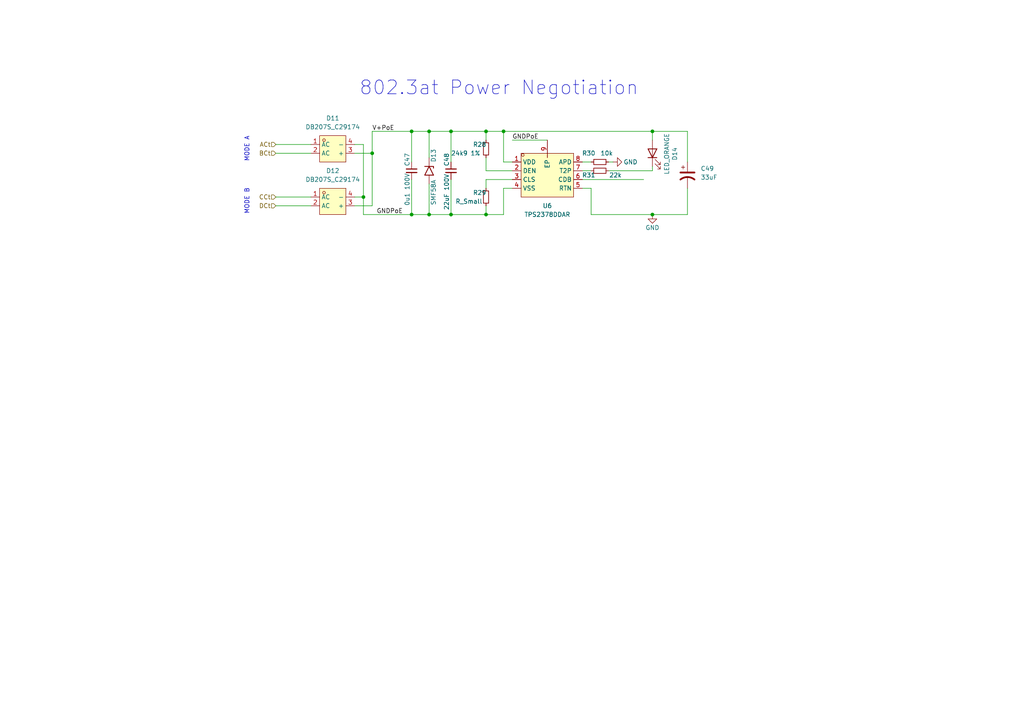
<source format=kicad_sch>
(kicad_sch (version 20211123) (generator eeschema)

  (uuid ee75a5a1-20af-4ae3-bf76-4a400b5c6651)

  (paper "A4")

  (lib_symbols
    (symbol "DB207S:DB207S_C29174" (in_bom yes) (on_board yes)
      (property "Reference" "D" (id 0) (at 0 6.35 0)
        (effects (font (size 1.27 1.27)))
      )
      (property "Value" "DB207S_C29174" (id 1) (at 0 -6.35 0)
        (effects (font (size 1.27 1.27)))
      )
      (property "Footprint" "DB207S:DBS_L8.4-W6.4-P5.10-LS10.2-TL" (id 2) (at 0 -8.89 0)
        (effects (font (size 1.27 1.27)) hide)
      )
      (property "Datasheet" "https://lcsc.com/product-detail/Bridge-Rectifiers_DB207S_C29174.html" (id 3) (at 0 -11.43 0)
        (effects (font (size 1.27 1.27)) hide)
      )
      (property "Manufacturer" "MDD" (id 4) (at 0 -13.97 0)
        (effects (font (size 1.27 1.27)) hide)
      )
      (property "LCSC Part" "C29174" (id 5) (at 0 -16.51 0)
        (effects (font (size 1.27 1.27)) hide)
      )
      (property "JLC Part" "Extended Part" (id 6) (at 0 -19.05 0)
        (effects (font (size 1.27 1.27)) hide)
      )
      (symbol "DB207S_C29174_0_1"
        (rectangle (start -3.81 3.81) (end 3.81 -3.81)
          (stroke (width 0) (type default) (color 0 0 0 0))
          (fill (type background))
        )
        (circle (center -2.54 2.54) (radius 0.38)
          (stroke (width 0) (type default) (color 0 0 0 0))
          (fill (type none))
        )
        (pin unspecified line (at -6.35 1.27 0) (length 2.54)
          (name "AC" (effects (font (size 1.27 1.27))))
          (number "1" (effects (font (size 1.27 1.27))))
        )
        (pin unspecified line (at -6.35 -1.27 0) (length 2.54)
          (name "AC" (effects (font (size 1.27 1.27))))
          (number "2" (effects (font (size 1.27 1.27))))
        )
        (pin unspecified line (at 6.35 -1.27 180) (length 2.54)
          (name "+" (effects (font (size 1.27 1.27))))
          (number "3" (effects (font (size 1.27 1.27))))
        )
        (pin unspecified line (at 6.35 1.27 180) (length 2.54)
          (name "-" (effects (font (size 1.27 1.27))))
          (number "4" (effects (font (size 1.27 1.27))))
        )
      )
    )
    (symbol "Device:C_Polarized_US" (pin_numbers hide) (pin_names (offset 0.254) hide) (in_bom yes) (on_board yes)
      (property "Reference" "C" (id 0) (at 0.635 2.54 0)
        (effects (font (size 1.27 1.27)) (justify left))
      )
      (property "Value" "C_Polarized_US" (id 1) (at 0.635 -2.54 0)
        (effects (font (size 1.27 1.27)) (justify left))
      )
      (property "Footprint" "" (id 2) (at 0 0 0)
        (effects (font (size 1.27 1.27)) hide)
      )
      (property "Datasheet" "~" (id 3) (at 0 0 0)
        (effects (font (size 1.27 1.27)) hide)
      )
      (property "ki_keywords" "cap capacitor" (id 4) (at 0 0 0)
        (effects (font (size 1.27 1.27)) hide)
      )
      (property "ki_description" "Polarized capacitor, US symbol" (id 5) (at 0 0 0)
        (effects (font (size 1.27 1.27)) hide)
      )
      (property "ki_fp_filters" "CP_*" (id 6) (at 0 0 0)
        (effects (font (size 1.27 1.27)) hide)
      )
      (symbol "C_Polarized_US_0_1"
        (polyline
          (pts
            (xy -2.032 0.762)
            (xy 2.032 0.762)
          )
          (stroke (width 0.508) (type default) (color 0 0 0 0))
          (fill (type none))
        )
        (polyline
          (pts
            (xy -1.778 2.286)
            (xy -0.762 2.286)
          )
          (stroke (width 0) (type default) (color 0 0 0 0))
          (fill (type none))
        )
        (polyline
          (pts
            (xy -1.27 1.778)
            (xy -1.27 2.794)
          )
          (stroke (width 0) (type default) (color 0 0 0 0))
          (fill (type none))
        )
        (arc (start 2.032 -1.27) (mid 0 -0.5572) (end -2.032 -1.27)
          (stroke (width 0.508) (type default) (color 0 0 0 0))
          (fill (type none))
        )
      )
      (symbol "C_Polarized_US_1_1"
        (pin passive line (at 0 3.81 270) (length 2.794)
          (name "~" (effects (font (size 1.27 1.27))))
          (number "1" (effects (font (size 1.27 1.27))))
        )
        (pin passive line (at 0 -3.81 90) (length 3.302)
          (name "~" (effects (font (size 1.27 1.27))))
          (number "2" (effects (font (size 1.27 1.27))))
        )
      )
    )
    (symbol "Device:C_Small" (pin_numbers hide) (pin_names (offset 0.254) hide) (in_bom yes) (on_board yes)
      (property "Reference" "C" (id 0) (at 0.254 1.778 0)
        (effects (font (size 1.27 1.27)) (justify left))
      )
      (property "Value" "C_Small" (id 1) (at 0.254 -2.032 0)
        (effects (font (size 1.27 1.27)) (justify left))
      )
      (property "Footprint" "" (id 2) (at 0 0 0)
        (effects (font (size 1.27 1.27)) hide)
      )
      (property "Datasheet" "~" (id 3) (at 0 0 0)
        (effects (font (size 1.27 1.27)) hide)
      )
      (property "ki_keywords" "capacitor cap" (id 4) (at 0 0 0)
        (effects (font (size 1.27 1.27)) hide)
      )
      (property "ki_description" "Unpolarized capacitor, small symbol" (id 5) (at 0 0 0)
        (effects (font (size 1.27 1.27)) hide)
      )
      (property "ki_fp_filters" "C_*" (id 6) (at 0 0 0)
        (effects (font (size 1.27 1.27)) hide)
      )
      (symbol "C_Small_0_1"
        (polyline
          (pts
            (xy -1.524 -0.508)
            (xy 1.524 -0.508)
          )
          (stroke (width 0.3302) (type default) (color 0 0 0 0))
          (fill (type none))
        )
        (polyline
          (pts
            (xy -1.524 0.508)
            (xy 1.524 0.508)
          )
          (stroke (width 0.3048) (type default) (color 0 0 0 0))
          (fill (type none))
        )
      )
      (symbol "C_Small_1_1"
        (pin passive line (at 0 2.54 270) (length 2.032)
          (name "~" (effects (font (size 1.27 1.27))))
          (number "1" (effects (font (size 1.27 1.27))))
        )
        (pin passive line (at 0 -2.54 90) (length 2.032)
          (name "~" (effects (font (size 1.27 1.27))))
          (number "2" (effects (font (size 1.27 1.27))))
        )
      )
    )
    (symbol "Device:LED" (pin_numbers hide) (pin_names (offset 1.016) hide) (in_bom yes) (on_board yes)
      (property "Reference" "D" (id 0) (at 0 2.54 0)
        (effects (font (size 1.27 1.27)))
      )
      (property "Value" "LED" (id 1) (at 0 -2.54 0)
        (effects (font (size 1.27 1.27)))
      )
      (property "Footprint" "" (id 2) (at 0 0 0)
        (effects (font (size 1.27 1.27)) hide)
      )
      (property "Datasheet" "~" (id 3) (at 0 0 0)
        (effects (font (size 1.27 1.27)) hide)
      )
      (property "ki_keywords" "LED diode" (id 4) (at 0 0 0)
        (effects (font (size 1.27 1.27)) hide)
      )
      (property "ki_description" "Light emitting diode" (id 5) (at 0 0 0)
        (effects (font (size 1.27 1.27)) hide)
      )
      (property "ki_fp_filters" "LED* LED_SMD:* LED_THT:*" (id 6) (at 0 0 0)
        (effects (font (size 1.27 1.27)) hide)
      )
      (symbol "LED_0_1"
        (polyline
          (pts
            (xy -1.27 -1.27)
            (xy -1.27 1.27)
          )
          (stroke (width 0.254) (type default) (color 0 0 0 0))
          (fill (type none))
        )
        (polyline
          (pts
            (xy -1.27 0)
            (xy 1.27 0)
          )
          (stroke (width 0) (type default) (color 0 0 0 0))
          (fill (type none))
        )
        (polyline
          (pts
            (xy 1.27 -1.27)
            (xy 1.27 1.27)
            (xy -1.27 0)
            (xy 1.27 -1.27)
          )
          (stroke (width 0.254) (type default) (color 0 0 0 0))
          (fill (type none))
        )
        (polyline
          (pts
            (xy -3.048 -0.762)
            (xy -4.572 -2.286)
            (xy -3.81 -2.286)
            (xy -4.572 -2.286)
            (xy -4.572 -1.524)
          )
          (stroke (width 0) (type default) (color 0 0 0 0))
          (fill (type none))
        )
        (polyline
          (pts
            (xy -1.778 -0.762)
            (xy -3.302 -2.286)
            (xy -2.54 -2.286)
            (xy -3.302 -2.286)
            (xy -3.302 -1.524)
          )
          (stroke (width 0) (type default) (color 0 0 0 0))
          (fill (type none))
        )
      )
      (symbol "LED_1_1"
        (pin passive line (at -3.81 0 0) (length 2.54)
          (name "K" (effects (font (size 1.27 1.27))))
          (number "1" (effects (font (size 1.27 1.27))))
        )
        (pin passive line (at 3.81 0 180) (length 2.54)
          (name "A" (effects (font (size 1.27 1.27))))
          (number "2" (effects (font (size 1.27 1.27))))
        )
      )
    )
    (symbol "Device:R_Small" (pin_numbers hide) (pin_names (offset 0.254) hide) (in_bom yes) (on_board yes)
      (property "Reference" "R" (id 0) (at 0.762 0.508 0)
        (effects (font (size 1.27 1.27)) (justify left))
      )
      (property "Value" "R_Small" (id 1) (at 0.762 -1.016 0)
        (effects (font (size 1.27 1.27)) (justify left))
      )
      (property "Footprint" "" (id 2) (at 0 0 0)
        (effects (font (size 1.27 1.27)) hide)
      )
      (property "Datasheet" "~" (id 3) (at 0 0 0)
        (effects (font (size 1.27 1.27)) hide)
      )
      (property "ki_keywords" "R resistor" (id 4) (at 0 0 0)
        (effects (font (size 1.27 1.27)) hide)
      )
      (property "ki_description" "Resistor, small symbol" (id 5) (at 0 0 0)
        (effects (font (size 1.27 1.27)) hide)
      )
      (property "ki_fp_filters" "R_*" (id 6) (at 0 0 0)
        (effects (font (size 1.27 1.27)) hide)
      )
      (symbol "R_Small_0_1"
        (rectangle (start -0.762 1.778) (end 0.762 -1.778)
          (stroke (width 0.2032) (type default) (color 0 0 0 0))
          (fill (type none))
        )
      )
      (symbol "R_Small_1_1"
        (pin passive line (at 0 2.54 270) (length 0.762)
          (name "~" (effects (font (size 1.27 1.27))))
          (number "1" (effects (font (size 1.27 1.27))))
        )
        (pin passive line (at 0 -2.54 90) (length 0.762)
          (name "~" (effects (font (size 1.27 1.27))))
          (number "2" (effects (font (size 1.27 1.27))))
        )
      )
    )
    (symbol "Diode:SMF58A" (pin_numbers hide) (pin_names (offset 1.016) hide) (in_bom yes) (on_board yes)
      (property "Reference" "D" (id 0) (at 0 2.54 0)
        (effects (font (size 1.27 1.27)))
      )
      (property "Value" "SMF58A" (id 1) (at 0 -2.54 0)
        (effects (font (size 1.27 1.27)))
      )
      (property "Footprint" "Diode_SMD:D_SMF" (id 2) (at 0 -5.08 0)
        (effects (font (size 1.27 1.27)) hide)
      )
      (property "Datasheet" "https://www.vishay.com/doc?85881" (id 3) (at -1.27 0 0)
        (effects (font (size 1.27 1.27)) hide)
      )
      (property "ki_keywords" "diode TVS voltage suppressor" (id 4) (at 0 0 0)
        (effects (font (size 1.27 1.27)) hide)
      )
      (property "ki_description" "200W unidirectional Transil Transient Voltage Suppressor, 58Vrwm, SMF" (id 5) (at 0 0 0)
        (effects (font (size 1.27 1.27)) hide)
      )
      (property "ki_fp_filters" "D*SMF*" (id 6) (at 0 0 0)
        (effects (font (size 1.27 1.27)) hide)
      )
      (symbol "SMF58A_0_1"
        (polyline
          (pts
            (xy -0.762 1.27)
            (xy -1.27 1.27)
            (xy -1.27 -1.27)
          )
          (stroke (width 0.254) (type default) (color 0 0 0 0))
          (fill (type none))
        )
        (polyline
          (pts
            (xy 1.27 1.27)
            (xy 1.27 -1.27)
            (xy -1.27 0)
            (xy 1.27 1.27)
          )
          (stroke (width 0.254) (type default) (color 0 0 0 0))
          (fill (type none))
        )
      )
      (symbol "SMF58A_1_1"
        (pin passive line (at -3.81 0 0) (length 2.54)
          (name "A1" (effects (font (size 1.27 1.27))))
          (number "1" (effects (font (size 1.27 1.27))))
        )
        (pin passive line (at 3.81 0 180) (length 2.54)
          (name "A2" (effects (font (size 1.27 1.27))))
          (number "2" (effects (font (size 1.27 1.27))))
        )
      )
    )
    (symbol "TPS2378DDAR:TPS2378DDAR" (in_bom yes) (on_board yes)
      (property "Reference" "U" (id 0) (at 0 15.24 0)
        (effects (font (size 1.27 1.27)))
      )
      (property "Value" "TPS2378DDAR" (id 1) (at 0 -8.89 0)
        (effects (font (size 1.27 1.27)))
      )
      (property "Footprint" "TPS2378DDAR:SO-8_L4.9-W3.9-P1.27-LS6.0-BL-EP" (id 2) (at 0 -11.43 0)
        (effects (font (size 1.27 1.27)) hide)
      )
      (property "Datasheet" "https://lcsc.com/product-detail/Others_Texas-Instruments-TI-TPS2378DDAR_C337500.html" (id 3) (at 0 -13.97 0)
        (effects (font (size 1.27 1.27)) hide)
      )
      (property "Manufacturer" "TI(德州仪器)" (id 4) (at 0 -16.51 0)
        (effects (font (size 1.27 1.27)) hide)
      )
      (property "LCSC Part" "C337500" (id 5) (at 0 -19.05 0)
        (effects (font (size 1.27 1.27)) hide)
      )
      (property "JLC Part" "Extended Part" (id 6) (at 0 -21.59 0)
        (effects (font (size 1.27 1.27)) hide)
      )
      (symbol "TPS2378DDAR_0_1"
        (rectangle (start -7.62 6.35) (end 7.62 -6.35)
          (stroke (width 0) (type default) (color 0 0 0 0))
          (fill (type background))
        )
        (circle (center -7.11 5.84) (radius 0.38)
          (stroke (width 0) (type default) (color 0 0 0 0))
          (fill (type none))
        )
        (pin unspecified line (at -10.16 3.81 0) (length 2.54)
          (name "VDD" (effects (font (size 1.27 1.27))))
          (number "1" (effects (font (size 1.27 1.27))))
        )
        (pin unspecified line (at -10.16 1.27 0) (length 2.54)
          (name "DEN" (effects (font (size 1.27 1.27))))
          (number "2" (effects (font (size 1.27 1.27))))
        )
        (pin unspecified line (at -10.16 -1.27 0) (length 2.54)
          (name "CLS" (effects (font (size 1.27 1.27))))
          (number "3" (effects (font (size 1.27 1.27))))
        )
        (pin unspecified line (at -10.16 -3.81 0) (length 2.54)
          (name "VSS" (effects (font (size 1.27 1.27))))
          (number "4" (effects (font (size 1.27 1.27))))
        )
        (pin unspecified line (at 10.16 -3.81 180) (length 2.54)
          (name "RTN" (effects (font (size 1.27 1.27))))
          (number "5" (effects (font (size 1.27 1.27))))
        )
        (pin unspecified line (at 10.16 -1.27 180) (length 2.54)
          (name "CDB" (effects (font (size 1.27 1.27))))
          (number "6" (effects (font (size 1.27 1.27))))
        )
        (pin unspecified line (at 10.16 1.27 180) (length 2.54)
          (name "T2P" (effects (font (size 1.27 1.27))))
          (number "7" (effects (font (size 1.27 1.27))))
        )
        (pin unspecified line (at 10.16 3.81 180) (length 2.54)
          (name "APD" (effects (font (size 1.27 1.27))))
          (number "8" (effects (font (size 1.27 1.27))))
        )
        (pin unspecified line (at 0 10.16 270) (length 5.08)
          (name "EP" (effects (font (size 1.27 1.27))))
          (number "9" (effects (font (size 1.27 1.27))))
        )
      )
    )
    (symbol "power:GND" (power) (pin_names (offset 0)) (in_bom yes) (on_board yes)
      (property "Reference" "#PWR" (id 0) (at 0 -6.35 0)
        (effects (font (size 1.27 1.27)) hide)
      )
      (property "Value" "GND" (id 1) (at 0 -3.81 0)
        (effects (font (size 1.27 1.27)))
      )
      (property "Footprint" "" (id 2) (at 0 0 0)
        (effects (font (size 1.27 1.27)) hide)
      )
      (property "Datasheet" "" (id 3) (at 0 0 0)
        (effects (font (size 1.27 1.27)) hide)
      )
      (property "ki_keywords" "global power" (id 4) (at 0 0 0)
        (effects (font (size 1.27 1.27)) hide)
      )
      (property "ki_description" "Power symbol creates a global label with name \"GND\" , ground" (id 5) (at 0 0 0)
        (effects (font (size 1.27 1.27)) hide)
      )
      (symbol "GND_0_1"
        (polyline
          (pts
            (xy 0 0)
            (xy 0 -1.27)
            (xy 1.27 -1.27)
            (xy 0 -2.54)
            (xy -1.27 -1.27)
            (xy 0 -1.27)
          )
          (stroke (width 0) (type default) (color 0 0 0 0))
          (fill (type none))
        )
      )
      (symbol "GND_1_1"
        (pin power_in line (at 0 0 270) (length 0) hide
          (name "GND" (effects (font (size 1.27 1.27))))
          (number "1" (effects (font (size 1.27 1.27))))
        )
      )
    )
  )

  (junction (at 124.46 62.23) (diameter 0) (color 0 0 0 0)
    (uuid 0b2a26b2-054e-425a-a4d3-48a7bbeef9d9)
  )
  (junction (at 189.23 62.23) (diameter 0) (color 0 0 0 0)
    (uuid 3164eb7b-9e4b-45c9-a2cc-cad23aca39ce)
  )
  (junction (at 105.41 57.15) (diameter 0) (color 0 0 0 0)
    (uuid 4c10a640-9dae-4165-8dc0-16fb13b8087a)
  )
  (junction (at 130.81 38.1) (diameter 0) (color 0 0 0 0)
    (uuid 5708b16c-1619-4e32-97a5-43acd20263f3)
  )
  (junction (at 130.81 62.23) (diameter 0) (color 0 0 0 0)
    (uuid 5cde1b3c-cc3e-41dd-9e62-a78dc2bb3477)
  )
  (junction (at 124.46 38.1) (diameter 0) (color 0 0 0 0)
    (uuid 88008e81-aac8-4427-8ca5-76b30341b43a)
  )
  (junction (at 140.97 38.1) (diameter 0) (color 0 0 0 0)
    (uuid 9baea3af-f330-43ae-89f6-68702c1dff08)
  )
  (junction (at 146.05 38.1) (diameter 0) (color 0 0 0 0)
    (uuid a12b19e4-194b-45e5-86f1-dbf89ce6c749)
  )
  (junction (at 140.97 62.23) (diameter 0) (color 0 0 0 0)
    (uuid acad11ce-184b-45ab-8465-de772a87af46)
  )
  (junction (at 119.38 38.1) (diameter 0) (color 0 0 0 0)
    (uuid b0a150e7-6525-4bd2-9416-58e735dfc4fb)
  )
  (junction (at 189.23 38.1) (diameter 0) (color 0 0 0 0)
    (uuid c3acf9c0-2d2a-4d9c-80a6-cd8b3c1ff4f3)
  )
  (junction (at 119.38 62.23) (diameter 0) (color 0 0 0 0)
    (uuid d850704c-0531-496f-8e53-cafa5f8e8a8b)
  )
  (junction (at 107.95 44.45) (diameter 0) (color 0 0 0 0)
    (uuid de4da99f-1bb7-4604-8542-91c9207ebc5b)
  )

  (wire (pts (xy 102.87 41.91) (xy 105.41 41.91))
    (stroke (width 0) (type default) (color 0 0 0 0))
    (uuid 050786a6-e60f-4518-811a-f73c9c8e08b3)
  )
  (wire (pts (xy 107.95 59.69) (xy 102.87 59.69))
    (stroke (width 0) (type default) (color 0 0 0 0))
    (uuid 0aaa85d4-639b-4e41-80eb-d428f710b81c)
  )
  (wire (pts (xy 168.91 52.07) (xy 186.69 52.07))
    (stroke (width 0) (type default) (color 0 0 0 0))
    (uuid 117bbea2-6b35-4d18-84c8-61c3a2f5dd6b)
  )
  (wire (pts (xy 168.91 46.99) (xy 171.45 46.99))
    (stroke (width 0) (type default) (color 0 0 0 0))
    (uuid 178df013-dd5e-4842-a97b-d7282f55059c)
  )
  (wire (pts (xy 105.41 57.15) (xy 105.41 62.23))
    (stroke (width 0) (type default) (color 0 0 0 0))
    (uuid 190db8f3-ae39-45a7-89b2-0faa16851ac4)
  )
  (wire (pts (xy 176.53 49.53) (xy 189.23 49.53))
    (stroke (width 0) (type default) (color 0 0 0 0))
    (uuid 1fb7dd7c-f93c-4162-b2eb-6053da5f64ca)
  )
  (wire (pts (xy 130.81 38.1) (xy 140.97 38.1))
    (stroke (width 0) (type default) (color 0 0 0 0))
    (uuid 1ffd666e-5460-4d3d-b487-4de243a8fe3b)
  )
  (wire (pts (xy 119.38 38.1) (xy 124.46 38.1))
    (stroke (width 0) (type default) (color 0 0 0 0))
    (uuid 2660cfc9-f404-4264-980d-7b7729f35e4f)
  )
  (wire (pts (xy 148.59 54.61) (xy 146.05 54.61))
    (stroke (width 0) (type default) (color 0 0 0 0))
    (uuid 28f32ca5-d73f-421c-afe9-71eb494d903d)
  )
  (wire (pts (xy 107.95 44.45) (xy 107.95 59.69))
    (stroke (width 0) (type default) (color 0 0 0 0))
    (uuid 29514309-5a0e-4ea9-ab55-a38b580cb97d)
  )
  (wire (pts (xy 105.41 41.91) (xy 105.41 57.15))
    (stroke (width 0) (type default) (color 0 0 0 0))
    (uuid 31545548-7b82-443e-8001-d95d01e3947e)
  )
  (wire (pts (xy 140.97 38.1) (xy 140.97 40.64))
    (stroke (width 0) (type default) (color 0 0 0 0))
    (uuid 4ea3cf29-33ee-4e74-b956-01a18edfe344)
  )
  (wire (pts (xy 140.97 59.69) (xy 140.97 62.23))
    (stroke (width 0) (type default) (color 0 0 0 0))
    (uuid 53446ee3-e25e-4cd4-ab0d-f0aebd2b86ca)
  )
  (wire (pts (xy 146.05 38.1) (xy 146.05 46.99))
    (stroke (width 0) (type default) (color 0 0 0 0))
    (uuid 5976aed9-0561-45fd-95be-d2a3f4d21ce9)
  )
  (wire (pts (xy 124.46 38.1) (xy 124.46 45.72))
    (stroke (width 0) (type default) (color 0 0 0 0))
    (uuid 5d377071-d379-4889-be49-7f5bc5ad6a38)
  )
  (wire (pts (xy 199.39 38.1) (xy 199.39 46.99))
    (stroke (width 0) (type default) (color 0 0 0 0))
    (uuid 62569e2d-6d3c-4a05-ae96-35b33ce9e90a)
  )
  (wire (pts (xy 189.23 38.1) (xy 199.39 38.1))
    (stroke (width 0) (type default) (color 0 0 0 0))
    (uuid 626ca49f-e868-4ad0-8e60-9a32d9782331)
  )
  (wire (pts (xy 146.05 38.1) (xy 189.23 38.1))
    (stroke (width 0) (type default) (color 0 0 0 0))
    (uuid 6309088e-81f0-457e-85d9-7cd13fada549)
  )
  (wire (pts (xy 80.01 41.91) (xy 90.17 41.91))
    (stroke (width 0) (type default) (color 0 0 0 0))
    (uuid 669e174f-b587-4100-b1f9-1589cf3500a9)
  )
  (wire (pts (xy 105.41 62.23) (xy 119.38 62.23))
    (stroke (width 0) (type default) (color 0 0 0 0))
    (uuid 69b8e9a1-5fd1-4ad1-b99d-e97eb0f449a9)
  )
  (wire (pts (xy 171.45 62.23) (xy 189.23 62.23))
    (stroke (width 0) (type default) (color 0 0 0 0))
    (uuid 6bf0a19b-1117-48c2-9292-3b16bf7bb63a)
  )
  (wire (pts (xy 119.38 38.1) (xy 119.38 46.99))
    (stroke (width 0) (type default) (color 0 0 0 0))
    (uuid 715707fe-f31e-4b77-b98b-232da1d3057e)
  )
  (wire (pts (xy 168.91 54.61) (xy 171.45 54.61))
    (stroke (width 0) (type default) (color 0 0 0 0))
    (uuid 781cf900-ff54-4634-9cbe-1ecb114e03bf)
  )
  (wire (pts (xy 119.38 62.23) (xy 124.46 62.23))
    (stroke (width 0) (type default) (color 0 0 0 0))
    (uuid 88dea849-6f88-4a31-bfb2-1429269937cf)
  )
  (wire (pts (xy 140.97 38.1) (xy 146.05 38.1))
    (stroke (width 0) (type default) (color 0 0 0 0))
    (uuid 8a7ccaa6-3455-4882-b2a1-ce0e7be6b669)
  )
  (wire (pts (xy 130.81 62.23) (xy 140.97 62.23))
    (stroke (width 0) (type default) (color 0 0 0 0))
    (uuid 8d4ef624-420c-432f-85bc-0bde407fee48)
  )
  (wire (pts (xy 189.23 62.23) (xy 199.39 62.23))
    (stroke (width 0) (type default) (color 0 0 0 0))
    (uuid 8efe4604-2fa1-4d84-88ec-d6aba1af2dd8)
  )
  (wire (pts (xy 130.81 52.07) (xy 130.81 62.23))
    (stroke (width 0) (type default) (color 0 0 0 0))
    (uuid 9020c5e9-eccc-45aa-b30b-92f5ad76db83)
  )
  (wire (pts (xy 168.91 49.53) (xy 171.45 49.53))
    (stroke (width 0) (type default) (color 0 0 0 0))
    (uuid 94afbcdf-83a6-4a01-ad9d-939646620a5e)
  )
  (wire (pts (xy 189.23 40.64) (xy 189.23 38.1))
    (stroke (width 0) (type default) (color 0 0 0 0))
    (uuid 9583f8ba-3bdf-4919-adf5-6ce94311e742)
  )
  (wire (pts (xy 102.87 44.45) (xy 107.95 44.45))
    (stroke (width 0) (type default) (color 0 0 0 0))
    (uuid 97532707-d90e-4df9-9605-320770a0e210)
  )
  (wire (pts (xy 80.01 44.45) (xy 90.17 44.45))
    (stroke (width 0) (type default) (color 0 0 0 0))
    (uuid 9c064298-349d-42c0-83f0-aa36980d2d09)
  )
  (wire (pts (xy 146.05 62.23) (xy 140.97 62.23))
    (stroke (width 0) (type default) (color 0 0 0 0))
    (uuid 9d829ea1-fad5-4b18-b9f1-6548c97a0bc3)
  )
  (wire (pts (xy 124.46 53.34) (xy 124.46 62.23))
    (stroke (width 0) (type default) (color 0 0 0 0))
    (uuid a023241c-54b8-4e78-aa9f-df54c0a6cc42)
  )
  (wire (pts (xy 107.95 44.45) (xy 107.95 38.1))
    (stroke (width 0) (type default) (color 0 0 0 0))
    (uuid a733b2d8-0d90-4580-9dda-19f7ce97b592)
  )
  (wire (pts (xy 148.59 49.53) (xy 140.97 49.53))
    (stroke (width 0) (type default) (color 0 0 0 0))
    (uuid ab391c09-147e-4718-9ad7-448a646b0c0b)
  )
  (wire (pts (xy 176.53 46.99) (xy 177.8 46.99))
    (stroke (width 0) (type default) (color 0 0 0 0))
    (uuid ac2f08dd-7181-46da-aa47-bc5e2274a2f1)
  )
  (wire (pts (xy 148.59 52.07) (xy 140.97 52.07))
    (stroke (width 0) (type default) (color 0 0 0 0))
    (uuid affb5602-340d-4834-ba28-b9c38ea196b0)
  )
  (wire (pts (xy 171.45 54.61) (xy 171.45 62.23))
    (stroke (width 0) (type default) (color 0 0 0 0))
    (uuid b7a1d14b-e04b-4986-9758-8f0ed5c77242)
  )
  (wire (pts (xy 124.46 38.1) (xy 130.81 38.1))
    (stroke (width 0) (type default) (color 0 0 0 0))
    (uuid b858ae68-4b23-421e-81e8-caf3da8f7e6d)
  )
  (wire (pts (xy 107.95 38.1) (xy 119.38 38.1))
    (stroke (width 0) (type default) (color 0 0 0 0))
    (uuid bb91c1e3-1299-4855-8635-0fefbfcd203c)
  )
  (wire (pts (xy 148.59 46.99) (xy 146.05 46.99))
    (stroke (width 0) (type default) (color 0 0 0 0))
    (uuid bd04c1f9-7e84-456c-ae14-11bd78a1f36c)
  )
  (wire (pts (xy 140.97 49.53) (xy 140.97 45.72))
    (stroke (width 0) (type default) (color 0 0 0 0))
    (uuid bdbaf690-cc86-4dd1-a9eb-34bbc4983450)
  )
  (wire (pts (xy 189.23 48.26) (xy 189.23 49.53))
    (stroke (width 0) (type default) (color 0 0 0 0))
    (uuid be6e3aa4-de06-4730-9cdd-d5c9664a8ad6)
  )
  (wire (pts (xy 80.01 59.69) (xy 90.17 59.69))
    (stroke (width 0) (type default) (color 0 0 0 0))
    (uuid c1022c5a-4ab4-4c0c-b81a-30bd75d5ff6f)
  )
  (wire (pts (xy 124.46 62.23) (xy 130.81 62.23))
    (stroke (width 0) (type default) (color 0 0 0 0))
    (uuid c8c4d7d2-af77-4cf5-9086-53bfc2587ad3)
  )
  (wire (pts (xy 140.97 52.07) (xy 140.97 54.61))
    (stroke (width 0) (type default) (color 0 0 0 0))
    (uuid d55618a1-9940-4ee7-8660-022a5b5e7770)
  )
  (wire (pts (xy 130.81 38.1) (xy 130.81 46.99))
    (stroke (width 0) (type default) (color 0 0 0 0))
    (uuid db4be1bc-9dee-4bf0-8893-36dc745ad4cc)
  )
  (wire (pts (xy 119.38 52.07) (xy 119.38 62.23))
    (stroke (width 0) (type default) (color 0 0 0 0))
    (uuid dfb9adeb-45d2-4ea0-a3d7-09550a2307cb)
  )
  (wire (pts (xy 105.41 57.15) (xy 102.87 57.15))
    (stroke (width 0) (type default) (color 0 0 0 0))
    (uuid e06b748d-4c95-4939-8b9f-58a4696a5fd5)
  )
  (wire (pts (xy 148.59 40.64) (xy 158.75 40.64))
    (stroke (width 0) (type default) (color 0 0 0 0))
    (uuid e07ad304-4251-438a-944e-9aabe0218eff)
  )
  (wire (pts (xy 146.05 54.61) (xy 146.05 62.23))
    (stroke (width 0) (type default) (color 0 0 0 0))
    (uuid ed0063b2-df97-4302-98bd-2c13d2eee947)
  )
  (wire (pts (xy 80.01 57.15) (xy 90.17 57.15))
    (stroke (width 0) (type default) (color 0 0 0 0))
    (uuid fef49df5-ee0c-4a10-8ad5-f2d49406242d)
  )
  (wire (pts (xy 199.39 54.61) (xy 199.39 62.23))
    (stroke (width 0) (type default) (color 0 0 0 0))
    (uuid ff730792-18f9-4c8f-8c28-df04b2609f2a)
  )

  (text "MODE A" (at 72.39 46.99 90)
    (effects (font (size 1.27 1.27)) (justify left bottom))
    (uuid 19131713-b9d0-43fb-9683-a9f925fa812c)
  )
  (text "MODE B" (at 72.39 62.23 90)
    (effects (font (size 1.27 1.27)) (justify left bottom))
    (uuid c66ec4b9-f352-464a-bf00-7acff1743e46)
  )
  (text "802.3at Power Negotiation" (at 104.14 27.94 0)
    (effects (font (size 4 4)) (justify left bottom))
    (uuid ec253883-d917-4cb4-bb91-340bb46658b8)
  )

  (label "GNDPoE" (at 148.59 40.64 0)
    (effects (font (size 1.27 1.27)) (justify left bottom))
    (uuid a888741d-fbaf-4e0c-a3a6-f37bf02cb0fa)
  )
  (label "GNDPoE" (at 109.22 62.23 0)
    (effects (font (size 1.27 1.27)) (justify left bottom))
    (uuid bb419503-92a3-4a81-afd4-f5bc2985f41a)
  )
  (label "V+PoE" (at 107.95 38.1 0)
    (effects (font (size 1.27 1.27)) (justify left bottom))
    (uuid d2140deb-8df5-41ad-9aa1-5aa82095d0b1)
  )

  (hierarchical_label "ACt" (shape input) (at 80.01 41.91 180)
    (effects (font (size 1.27 1.27)) (justify right))
    (uuid 02a8878d-11ed-47e7-b67a-06fb3f7b0ba4)
  )
  (hierarchical_label "DCt" (shape input) (at 80.01 59.69 180)
    (effects (font (size 1.27 1.27)) (justify right))
    (uuid 65dee9b4-7c0d-4ce4-bd12-58e90c055ac6)
  )
  (hierarchical_label "BCt" (shape input) (at 80.01 44.45 180)
    (effects (font (size 1.27 1.27)) (justify right))
    (uuid 9a41e2b5-155f-4b40-9803-cc91a644347a)
  )
  (hierarchical_label "CCt" (shape input) (at 80.01 57.15 180)
    (effects (font (size 1.27 1.27)) (justify right))
    (uuid c3795c85-fe21-49c6-bcdf-e5e61c55b518)
  )

  (symbol (lib_id "power:GND") (at 189.23 62.23 0) (unit 1)
    (in_bom yes) (on_board yes)
    (uuid 0329dc6b-3b6f-444f-a075-5b175cd2632a)
    (property "Reference" "#PWR089" (id 0) (at 189.23 68.58 0)
      (effects (font (size 1.27 1.27)) hide)
    )
    (property "Value" "GND" (id 1) (at 189.23 66.04 0))
    (property "Footprint" "" (id 2) (at 189.23 62.23 0)
      (effects (font (size 1.27 1.27)) hide)
    )
    (property "Datasheet" "" (id 3) (at 189.23 62.23 0)
      (effects (font (size 1.27 1.27)) hide)
    )
    (pin "1" (uuid 8e79903d-e477-45e7-9103-0c6e9858350b))
  )

  (symbol (lib_id "Device:C_Polarized_US") (at 199.39 50.8 0) (unit 1)
    (in_bom yes) (on_board yes) (fields_autoplaced)
    (uuid 0500b7b3-f824-4eef-91f4-ce4612646f28)
    (property "Reference" "C49" (id 0) (at 203.2 48.8949 0)
      (effects (font (size 1.27 1.27)) (justify left))
    )
    (property "Value" "33uF" (id 1) (at 203.2 51.4349 0)
      (effects (font (size 1.27 1.27)) (justify left))
    )
    (property "Footprint" "" (id 2) (at 199.39 50.8 0)
      (effects (font (size 1.27 1.27)) hide)
    )
    (property "Datasheet" "~" (id 3) (at 199.39 50.8 0)
      (effects (font (size 1.27 1.27)) hide)
    )
    (pin "1" (uuid 1f3fe193-221b-4d13-a1cf-1959b3cdfca1))
    (pin "2" (uuid 68a23387-06d4-4650-8128-65c44a8e3f87))
  )

  (symbol (lib_id "Device:C_Small") (at 130.81 49.53 0) (unit 1)
    (in_bom yes) (on_board yes)
    (uuid 08e37d8d-a6c3-4296-8c39-c0e442f74953)
    (property "Reference" "C48" (id 0) (at 129.54 48.26 90)
      (effects (font (size 1.27 1.27)) (justify left))
    )
    (property "Value" "22uF 100V" (id 1) (at 129.54 60.96 90)
      (effects (font (size 1.27 1.27)) (justify left))
    )
    (property "Footprint" "" (id 2) (at 130.81 49.53 0)
      (effects (font (size 1.27 1.27)) hide)
    )
    (property "Datasheet" "~" (id 3) (at 130.81 49.53 0)
      (effects (font (size 1.27 1.27)) hide)
    )
    (pin "1" (uuid 402d2814-dda7-44e8-a861-8be45ed4ea01))
    (pin "2" (uuid 6136413a-dec9-4e87-87eb-4bbfa6af818f))
  )

  (symbol (lib_id "Device:C_Small") (at 119.38 49.53 0) (unit 1)
    (in_bom yes) (on_board yes)
    (uuid 3d7e25b3-bdf3-4c2b-b05b-e9f74f97ed91)
    (property "Reference" "C47" (id 0) (at 118.11 48.26 90)
      (effects (font (size 1.27 1.27)) (justify left))
    )
    (property "Value" "0u1 100V" (id 1) (at 118.11 59.69 90)
      (effects (font (size 1.27 1.27)) (justify left))
    )
    (property "Footprint" "" (id 2) (at 119.38 49.53 0)
      (effects (font (size 1.27 1.27)) hide)
    )
    (property "Datasheet" "~" (id 3) (at 119.38 49.53 0)
      (effects (font (size 1.27 1.27)) hide)
    )
    (pin "1" (uuid bcdc0077-197d-4343-954c-30250305dc4e))
    (pin "2" (uuid 1c38c023-4b4b-4cd0-8d8c-ef818e4e5c5c))
  )

  (symbol (lib_id "power:GND") (at 177.8 46.99 90) (unit 1)
    (in_bom yes) (on_board yes)
    (uuid 486320f6-e7c1-4f4a-bffb-a0d43bd838d5)
    (property "Reference" "#PWR088" (id 0) (at 184.15 46.99 0)
      (effects (font (size 1.27 1.27)) hide)
    )
    (property "Value" "GND" (id 1) (at 182.88 46.99 90))
    (property "Footprint" "" (id 2) (at 177.8 46.99 0)
      (effects (font (size 1.27 1.27)) hide)
    )
    (property "Datasheet" "" (id 3) (at 177.8 46.99 0)
      (effects (font (size 1.27 1.27)) hide)
    )
    (pin "1" (uuid b0ed4fb0-1a54-40cc-a8b3-02f98fa9339b))
  )

  (symbol (lib_id "Device:R_Small") (at 173.99 49.53 90) (unit 1)
    (in_bom yes) (on_board yes)
    (uuid 518f7d93-cd17-4b2e-a953-ded3d852b515)
    (property "Reference" "R31" (id 0) (at 172.72 50.8 90)
      (effects (font (size 1.27 1.27)) (justify left))
    )
    (property "Value" "22k" (id 1) (at 180.34 50.8 90)
      (effects (font (size 1.27 1.27)) (justify left))
    )
    (property "Footprint" "" (id 2) (at 173.99 49.53 0)
      (effects (font (size 1.27 1.27)) hide)
    )
    (property "Datasheet" "~" (id 3) (at 173.99 49.53 0)
      (effects (font (size 1.27 1.27)) hide)
    )
    (pin "1" (uuid e35a8688-58e7-477c-acd3-0ac8910285da))
    (pin "2" (uuid ecbec325-ae36-43ea-a57c-3802e32b528b))
  )

  (symbol (lib_id "DB207S:DB207S_C29174") (at 96.52 58.42 0) (unit 1)
    (in_bom yes) (on_board yes) (fields_autoplaced)
    (uuid 59fdf35e-28aa-438d-85a4-784d68790e7c)
    (property "Reference" "D12" (id 0) (at 96.52 49.53 0))
    (property "Value" "DB207S_C29174" (id 1) (at 96.52 52.07 0))
    (property "Footprint" "DB207S:DBS_L8.4-W6.4-P5.10-LS10.2-TL" (id 2) (at 96.52 67.31 0)
      (effects (font (size 1.27 1.27)) hide)
    )
    (property "Datasheet" "https://lcsc.com/product-detail/Bridge-Rectifiers_DB207S_C29174.html" (id 3) (at 96.52 69.85 0)
      (effects (font (size 1.27 1.27)) hide)
    )
    (property "Manufacturer" "MDD" (id 4) (at 96.52 72.39 0)
      (effects (font (size 1.27 1.27)) hide)
    )
    (property "LCSC Part" "C29174" (id 5) (at 96.52 74.93 0)
      (effects (font (size 1.27 1.27)) hide)
    )
    (property "JLC Part" "Extended Part" (id 6) (at 96.52 77.47 0)
      (effects (font (size 1.27 1.27)) hide)
    )
    (pin "1" (uuid b936b73e-32f8-4394-9f5f-a592a5259816))
    (pin "2" (uuid 1959dddf-2144-4e20-aa56-8a271431dae7))
    (pin "3" (uuid a9490f0a-3479-4fd3-a03a-841d95ed8a20))
    (pin "4" (uuid 62e93ce0-26ad-4fb2-8737-dfa509303a8a))
  )

  (symbol (lib_id "Device:R_Small") (at 140.97 43.18 180) (unit 1)
    (in_bom yes) (on_board yes)
    (uuid 6f15d2ba-3b75-486a-a8e8-83b9ab244673)
    (property "Reference" "R28" (id 0) (at 137.16 41.91 0)
      (effects (font (size 1.27 1.27)) (justify right))
    )
    (property "Value" "24k9 1%" (id 1) (at 130.81 44.45 0)
      (effects (font (size 1.27 1.27)) (justify right))
    )
    (property "Footprint" "" (id 2) (at 140.97 43.18 0)
      (effects (font (size 1.27 1.27)) hide)
    )
    (property "Datasheet" "~" (id 3) (at 140.97 43.18 0)
      (effects (font (size 1.27 1.27)) hide)
    )
    (pin "1" (uuid 5651ef28-6054-477e-899b-ad2ad34b1056))
    (pin "2" (uuid 973ea0d8-d340-4d28-8538-6bec6180a0f9))
  )

  (symbol (lib_id "DB207S:DB207S_C29174") (at 96.52 43.18 0) (unit 1)
    (in_bom yes) (on_board yes) (fields_autoplaced)
    (uuid d2630624-a87b-4acc-920a-bc9f7d55febd)
    (property "Reference" "D11" (id 0) (at 96.52 34.29 0))
    (property "Value" "DB207S_C29174" (id 1) (at 96.52 36.83 0))
    (property "Footprint" "DB207S:DBS_L8.4-W6.4-P5.10-LS10.2-TL" (id 2) (at 96.52 52.07 0)
      (effects (font (size 1.27 1.27)) hide)
    )
    (property "Datasheet" "https://lcsc.com/product-detail/Bridge-Rectifiers_DB207S_C29174.html" (id 3) (at 96.52 54.61 0)
      (effects (font (size 1.27 1.27)) hide)
    )
    (property "Manufacturer" "MDD" (id 4) (at 96.52 57.15 0)
      (effects (font (size 1.27 1.27)) hide)
    )
    (property "LCSC Part" "C29174" (id 5) (at 96.52 59.69 0)
      (effects (font (size 1.27 1.27)) hide)
    )
    (property "JLC Part" "Extended Part" (id 6) (at 96.52 62.23 0)
      (effects (font (size 1.27 1.27)) hide)
    )
    (pin "1" (uuid a68cd2e4-ad86-468f-a2d7-9f6b6dfe5aaf))
    (pin "2" (uuid 3f5e7dc4-28bc-45a0-8f55-ea3e77bb717f))
    (pin "3" (uuid 51a1fe10-1698-4fb3-b91d-1ff8ffeca1a8))
    (pin "4" (uuid 1921dbe0-7d63-4fb1-8f7d-188d9c2f2a47))
  )

  (symbol (lib_id "Device:LED") (at 189.23 44.45 90) (unit 1)
    (in_bom yes) (on_board yes)
    (uuid f082c46b-483a-41c7-ab7c-37da8984c17d)
    (property "Reference" "D14" (id 0) (at 195.707 44.6278 0))
    (property "Value" "LED_ORANGE" (id 1) (at 193.3956 44.6278 0))
    (property "Footprint" "LED_SMD:LED_0603_1608Metric" (id 2) (at 189.23 44.45 0)
      (effects (font (size 1.27 1.27)) hide)
    )
    (property "Datasheet" "~" (id 3) (at 189.23 44.45 0)
      (effects (font (size 1.27 1.27)) hide)
    )
    (property "LCSC" "C84269" (id 4) (at 189.23 44.45 0)
      (effects (font (size 1.27 1.27)) hide)
    )
    (pin "1" (uuid 69480e71-96c4-4b1c-b107-18ad3e03ad28))
    (pin "2" (uuid fb29c41f-36ca-4ce4-99b8-d2c1e1219e57))
  )

  (symbol (lib_id "Device:R_Small") (at 173.99 46.99 90) (unit 1)
    (in_bom yes) (on_board yes)
    (uuid f09d3a83-69e6-46e1-b158-619b5b2b513e)
    (property "Reference" "R30" (id 0) (at 172.72 44.45 90)
      (effects (font (size 1.27 1.27)) (justify left))
    )
    (property "Value" "10k" (id 1) (at 177.8 44.45 90)
      (effects (font (size 1.27 1.27)) (justify left))
    )
    (property "Footprint" "" (id 2) (at 173.99 46.99 0)
      (effects (font (size 1.27 1.27)) hide)
    )
    (property "Datasheet" "~" (id 3) (at 173.99 46.99 0)
      (effects (font (size 1.27 1.27)) hide)
    )
    (pin "1" (uuid 61360345-67e5-4ff0-88fa-7d626c24260b))
    (pin "2" (uuid af053754-39fc-468b-a6d5-f5c732c46148))
  )

  (symbol (lib_id "TPS2378DDAR:TPS2378DDAR") (at 158.75 50.8 0) (unit 1)
    (in_bom yes) (on_board yes) (fields_autoplaced)
    (uuid f0ca6a68-8bd6-4bec-abc3-51d0359764df)
    (property "Reference" "U6" (id 0) (at 158.75 59.69 0))
    (property "Value" "TPS2378DDAR" (id 1) (at 158.75 62.23 0))
    (property "Footprint" "TPS2378DDAR:SO-8_L4.9-W3.9-P1.27-LS6.0-BL-EP" (id 2) (at 158.75 62.23 0)
      (effects (font (size 1.27 1.27)) hide)
    )
    (property "Datasheet" "https://lcsc.com/product-detail/Others_Texas-Instruments-TI-TPS2378DDAR_C337500.html" (id 3) (at 158.75 64.77 0)
      (effects (font (size 1.27 1.27)) hide)
    )
    (property "Manufacturer" "TI(德州仪器)" (id 4) (at 158.75 67.31 0)
      (effects (font (size 1.27 1.27)) hide)
    )
    (property "LCSC Part" "C337500" (id 5) (at 158.75 69.85 0)
      (effects (font (size 1.27 1.27)) hide)
    )
    (property "JLC Part" "Extended Part" (id 6) (at 158.75 72.39 0)
      (effects (font (size 1.27 1.27)) hide)
    )
    (pin "1" (uuid da04b937-5700-45cf-b701-0b1b3088a7c3))
    (pin "2" (uuid f6d4d8b7-8cff-42b4-abf1-791e31904f23))
    (pin "3" (uuid 2a17bb1d-f276-4f0c-baf4-3cc698ac723c))
    (pin "4" (uuid 6aa0731c-976b-4964-923b-5d57d85728bf))
    (pin "5" (uuid c9ce01c4-f23e-4f7e-8ed0-3c403d50c920))
    (pin "6" (uuid ee69dfbf-2a3d-4e41-9be1-d85057dbc883))
    (pin "7" (uuid 7dd25c15-b636-44b5-ab6d-79e40b5b0398))
    (pin "8" (uuid e8709082-a8fa-428c-b09f-e0837fe3d7f0))
    (pin "9" (uuid b9462c93-2a34-41ff-9187-1fd28387f528))
  )

  (symbol (lib_id "Device:R_Small") (at 140.97 57.15 0) (unit 1)
    (in_bom yes) (on_board yes)
    (uuid f19d0799-8600-443b-a72d-e7f58b6523f0)
    (property "Reference" "R29" (id 0) (at 137.16 55.88 0)
      (effects (font (size 1.27 1.27)) (justify left))
    )
    (property "Value" "R_Small" (id 1) (at 132.08 58.42 0)
      (effects (font (size 1.27 1.27)) (justify left))
    )
    (property "Footprint" "" (id 2) (at 140.97 57.15 0)
      (effects (font (size 1.27 1.27)) hide)
    )
    (property "Datasheet" "~" (id 3) (at 140.97 57.15 0)
      (effects (font (size 1.27 1.27)) hide)
    )
    (pin "1" (uuid 18e64d77-78e1-413b-981e-8883cf2208d3))
    (pin "2" (uuid 32107f61-8a25-4c73-a241-0685996a0743))
  )

  (symbol (lib_id "Diode:SMF58A") (at 124.46 49.53 270) (unit 1)
    (in_bom yes) (on_board yes)
    (uuid f89e422d-f46d-4f2c-8cc6-5646ec8682d2)
    (property "Reference" "D13" (id 0) (at 125.73 43.18 0)
      (effects (font (size 1.27 1.27)) (justify left))
    )
    (property "Value" "SMF58A" (id 1) (at 125.73 52.07 0)
      (effects (font (size 1.27 1.27)) (justify left))
    )
    (property "Footprint" "Diode_SMD:D_SMF" (id 2) (at 119.38 49.53 0)
      (effects (font (size 1.27 1.27)) hide)
    )
    (property "Datasheet" "https://www.vishay.com/doc?85881" (id 3) (at 124.46 48.26 0)
      (effects (font (size 1.27 1.27)) hide)
    )
    (pin "1" (uuid fcda95c8-efe2-46cf-856a-f859599e802b))
    (pin "2" (uuid 1125103f-6d43-4b2b-bc3d-46b5eebd7dde))
  )
)

</source>
